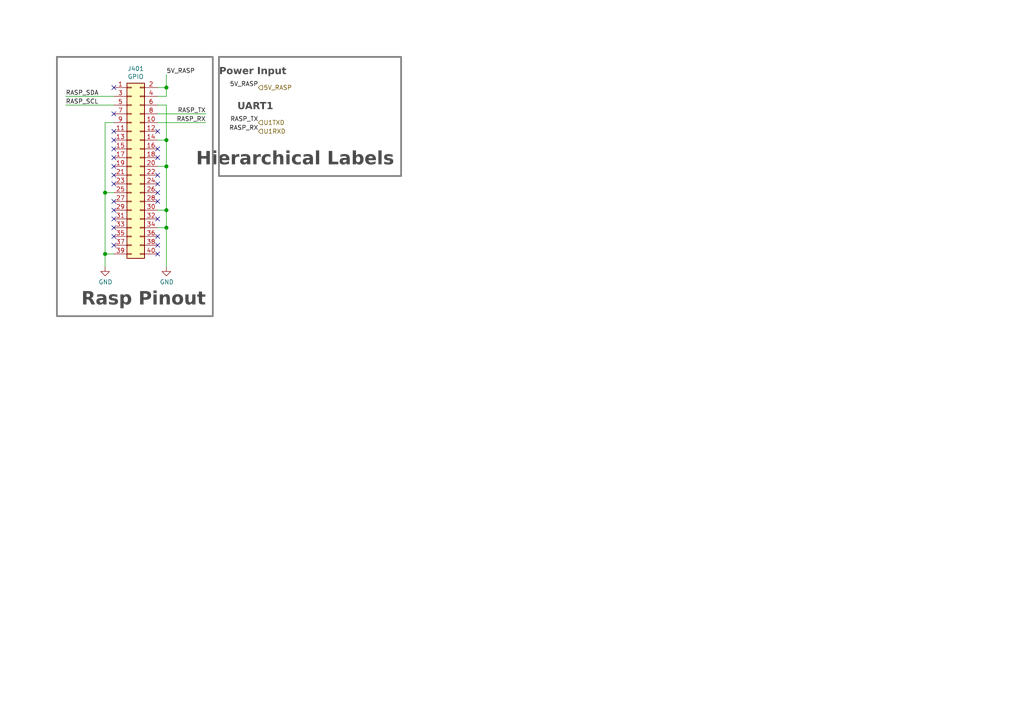
<source format=kicad_sch>
(kicad_sch (version 20231120) (generator "eeschema") (generator_version "8.0")
  (paper "A4")
  (lib_symbols
    (symbol "Connector_Generic:Conn_02x20_Odd_Even" (pin_names (offset 1.016) hide)
      (property "Reference" "J" (at 1.27 25.4 0))
      (property "Value" "Conn_02x20_Odd_Even" (at 1.27 -27.94 0))
      (symbol "Conn_02x20_Odd_Even_1_1"
        (rectangle (start -1.27 -25.273) (end 0 -25.527) (stroke (width 0.1524)))
        (rectangle (start -1.27 -22.733) (end 0 -22.987) (stroke (width 0.1524)))
        (rectangle (start -1.27 -20.193) (end 0 -20.447) (stroke (width 0.1524)))
        (rectangle (start -1.27 -17.653) (end 0 -17.907) (stroke (width 0.1524)))
        (rectangle (start -1.27 -15.113) (end 0 -15.367) (stroke (width 0.1524)))
        (rectangle (start -1.27 -12.573) (end 0 -12.827) (stroke (width 0.1524)))
        (rectangle (start -1.27 -10.033) (end 0 -10.287) (stroke (width 0.1524)))
        (rectangle (start -1.27 -7.493) (end 0 -7.747) (stroke (width 0.1524)))
        (rectangle (start -1.27 -4.953) (end 0 -5.207) (stroke (width 0.1524)))
        (rectangle (start -1.27 -2.413) (end 0 -2.667) (stroke (width 0.1524)))
        (rectangle (start -1.27 0.127) (end 0 -0.127) (stroke (width 0.1524)))
        (rectangle (start -1.27 2.667) (end 0 2.413) (stroke (width 0.1524)))
        (rectangle (start -1.27 5.207) (end 0 4.953) (stroke (width 0.1524)))
        (rectangle (start -1.27 7.747) (end 0 7.493) (stroke (width 0.1524)))
        (rectangle (start -1.27 10.287) (end 0 10.033) (stroke (width 0.1524)))
        (rectangle (start -1.27 12.827) (end 0 12.573) (stroke (width 0.1524)))
        (rectangle (start -1.27 15.367) (end 0 15.113) (stroke (width 0.1524)))
        (rectangle (start -1.27 17.907) (end 0 17.653) (stroke (width 0.1524)))
        (rectangle (start -1.27 20.447) (end 0 20.193) (stroke (width 0.1524)))
        (rectangle (start -1.27 22.987) (end 0 22.733) (stroke (width 0.1524)))
        (rectangle (start -1.27 24.13) (end 3.81 -26.67) (stroke (width 0.254)) (fill (type background)))
        (rectangle (start 3.81 -25.273) (end 2.54 -25.527) (stroke (width 0.1524)))
        (rectangle (start 3.81 -22.733) (end 2.54 -22.987) (stroke (width 0.1524)))
        (rectangle (start 3.81 -20.193) (end 2.54 -20.447) (stroke (width 0.1524)))
        (rectangle (start 3.81 -17.653) (end 2.54 -17.907) (stroke (width 0.1524)))
        (rectangle (start 3.81 -15.113) (end 2.54 -15.367) (stroke (width 0.1524)))
        (rectangle (start 3.81 -12.573) (end 2.54 -12.827) (stroke (width 0.1524)))
        (rectangle (start 3.81 -10.033) (end 2.54 -10.287) (stroke (width 0.1524)))
        (rectangle (start 3.81 -7.493) (end 2.54 -7.747) (stroke (width 0.1524)))
        (rectangle (start 3.81 -4.953) (end 2.54 -5.207) (stroke (width 0.1524)))
        (rectangle (start 3.81 -2.413) (end 2.54 -2.667) (stroke (width 0.1524)))
        (rectangle (start 3.81 0.127) (end 2.54 -0.127) (stroke (width 0.1524)))
        (rectangle (start 3.81 2.667) (end 2.54 2.413) (stroke (width 0.1524)))
        (rectangle (start 3.81 5.207) (end 2.54 4.953) (stroke (width 0.1524)))
        (rectangle (start 3.81 7.747) (end 2.54 7.493) (stroke (width 0.1524)))
        (rectangle (start 3.81 10.287) (end 2.54 10.033) (stroke (width 0.1524)))
        (rectangle (start 3.81 12.827) (end 2.54 12.573) (stroke (width 0.1524)))
        (rectangle (start 3.81 15.367) (end 2.54 15.113) (stroke (width 0.1524)))
        (rectangle (start 3.81 17.907) (end 2.54 17.653) (stroke (width 0.1524)))
        (rectangle (start 3.81 20.447) (end 2.54 20.193) (stroke (width 0.1524)))
        (rectangle (start 3.81 22.987) (end 2.54 22.733) (stroke (width 0.1524)))
        (pin passive line (at -5.08 22.86 0) (length 3.81) (name "Pin_1") (number "1"))
        (pin passive line (at 7.62 12.7 180) (length 3.81) (name "Pin_10") (number "10"))
        (pin passive line (at -5.08 10.16 0) (length 3.81) (name "Pin_11") (number "11"))
        (pin passive line (at 7.62 10.16 180) (length 3.81) (name "Pin_12") (number "12"))
        (pin passive line (at -5.08 7.62 0) (length 3.81) (name "Pin_13") (number "13"))
        (pin passive line (at 7.62 7.62 180) (length 3.81) (name "Pin_14") (number "14"))
        (pin passive line (at -5.08 5.08 0) (length 3.81) (name "Pin_15") (number "15"))
        (pin passive line (at 7.62 5.08 180) (length 3.81) (name "Pin_16") (number "16"))
        (pin passive line (at -5.08 2.54 0) (length 3.81) (name "Pin_17") (number "17"))
        (pin passive line (at 7.62 2.54 180) (length 3.81) (name "Pin_18") (number "18"))
        (pin passive line (at -5.08 0 0) (length 3.81) (name "Pin_19") (number "19"))
        (pin passive line (at 7.62 22.86 180) (length 3.81) (name "Pin_2") (number "2"))
        (pin passive line (at 7.62 0 180) (length 3.81) (name "Pin_20") (number "20"))
        (pin passive line (at -5.08 -2.54 0) (length 3.81) (name "Pin_21") (number "21"))
        (pin passive line (at 7.62 -2.54 180) (length 3.81) (name "Pin_22") (number "22"))
        (pin passive line (at -5.08 -5.08 0) (length 3.81) (name "Pin_23") (number "23"))
        (pin passive line (at 7.62 -5.08 180) (length 3.81) (name "Pin_24") (number "24"))
        (pin passive line (at -5.08 -7.62 0) (length 3.81) (name "Pin_25") (number "25"))
        (pin passive line (at 7.62 -7.62 180) (length 3.81) (name "Pin_26") (number "26"))
        (pin passive line (at -5.08 -10.16 0) (length 3.81) (name "Pin_27") (number "27"))
        (pin passive line (at 7.62 -10.16 180) (length 3.81) (name "Pin_28") (number "28"))
        (pin passive line (at -5.08 -12.7 0) (length 3.81) (name "Pin_29") (number "29"))
        (pin passive line (at -5.08 20.32 0) (length 3.81) (name "Pin_3") (number "3"))
        (pin passive line (at 7.62 -12.7 180) (length 3.81) (name "Pin_30") (number "30"))
        (pin passive line (at -5.08 -15.24 0) (length 3.81) (name "Pin_31") (number "31"))
        (pin passive line (at 7.62 -15.24 180) (length 3.81) (name "Pin_32") (number "32"))
        (pin passive line (at -5.08 -17.78 0) (length 3.81) (name "Pin_33") (number "33"))
        (pin passive line (at 7.62 -17.78 180) (length 3.81) (name "Pin_34") (number "34"))
        (pin passive line (at -5.08 -20.32 0) (length 3.81) (name "Pin_35") (number "35"))
        (pin passive line (at 7.62 -20.32 180) (length 3.81) (name "Pin_36") (number "36"))
        (pin passive line (at -5.08 -22.86 0) (length 3.81) (name "Pin_37") (number "37"))
        (pin passive line (at 7.62 -22.86 180) (length 3.81) (name "Pin_38") (number "38"))
        (pin passive line (at -5.08 -25.4 0) (length 3.81) (name "Pin_39") (number "39"))
        (pin passive line (at 7.62 20.32 180) (length 3.81) (name "Pin_4") (number "4"))
        (pin passive line (at 7.62 -25.4 180) (length 3.81) (name "Pin_40") (number "40"))
        (pin passive line (at -5.08 17.78 0) (length 3.81) (name "Pin_5") (number "5"))
        (pin passive line (at 7.62 17.78 180) (length 3.81) (name "Pin_6") (number "6"))
        (pin passive line (at -5.08 15.24 0) (length 3.81) (name "Pin_7") (number "7"))
        (pin passive line (at 7.62 15.24 180) (length 3.81) (name "Pin_8") (number "8"))
        (pin passive line (at -5.08 12.7 0) (length 3.81) (name "Pin_9") (number "9"))
      )
    )
    (symbol "power:GND" (power) (pin_names (offset 0))
      (property "Value" "GND" (at 0 -3.81 0))
      (symbol "GND_0_1"
        (polyline (pts (xy 0 0) (xy 0 -1.27) (xy 1.27 -1.27) (xy 0 -2.54) (xy -1.27 -1.27) (xy 0 -1.27)))
      )
      (symbol "GND_1_1"
        (pin power_in line (at 0 0 270) (length 0) hide (name "GND") (number "1"))
      )
    )
  )
  (junction (at 48.26 25.4) (diameter 1.016))
  (junction (at 48.26 48.26) (diameter 1.016))
  (junction (at 48.26 40.64) (diameter 1.016))
  (junction (at 48.26 60.96) (diameter 1.016))
  (junction (at 30.48 55.88) (diameter 1.016))
  (junction (at 48.26 66.04) (diameter 1.016))
  (junction (at 30.48 73.66) (diameter 1.016))
  (no_connect (at 33.02 38.1))
  (no_connect (at 45.72 71.12))
  (no_connect (at 45.72 63.5))
  (no_connect (at 45.72 43.18))
  (no_connect (at 33.02 68.58))
  (no_connect (at 45.72 55.88))
  (no_connect (at 33.02 43.18))
  (no_connect (at 33.02 66.04))
  (no_connect (at 33.02 60.96))
  (no_connect (at 45.72 45.72))
  (no_connect (at 45.72 50.8))
  (no_connect (at 33.02 71.12))
  (no_connect (at 33.02 25.4))
  (no_connect (at 45.72 58.42))
  (no_connect (at 33.02 58.42))
  (no_connect (at 33.02 48.26))
  (no_connect (at 45.72 53.34))
  (no_connect (at 33.02 45.72))
  (no_connect (at 33.02 63.5))
  (no_connect (at 45.72 73.66))
  (no_connect (at 33.02 33.02))
  (no_connect (at 33.02 40.64))
  (no_connect (at 33.02 53.34))
  (no_connect (at 33.02 50.8))
  (no_connect (at 45.72 38.1))
  (no_connect (at 45.72 68.58))
  (wire (pts (xy 48.26 21.59) (xy 48.26 25.4)))
  (wire (pts (xy 48.26 30.48) (xy 45.72 30.48)))
  (wire (pts (xy 48.26 27.94) (xy 45.72 27.94)))
  (wire (pts (xy 30.48 35.56) (xy 33.02 35.56)))
  (wire (pts (xy 33.02 27.94) (xy 19.05 27.94)))
  (wire (pts (xy 48.26 40.64) (xy 48.26 48.26)))
  (wire (pts (xy 19.05 30.48) (xy 33.02 30.48)))
  (wire (pts (xy 48.26 48.26) (xy 48.26 60.96)))
  (wire (pts (xy 48.26 40.64) (xy 45.72 40.64)))
  (wire (pts (xy 48.26 66.04) (xy 48.26 77.47)))
  (wire (pts (xy 30.48 73.66) (xy 30.48 77.47)))
  (wire (pts (xy 30.48 35.56) (xy 30.48 55.88)))
  (wire (pts (xy 48.26 25.4) (xy 45.72 25.4)))
  (wire (pts (xy 30.48 55.88) (xy 30.48 73.66)))
  (wire (pts (xy 48.26 60.96) (xy 48.26 66.04)))
  (wire (pts (xy 48.26 66.04) (xy 45.72 66.04)))
  (wire (pts (xy 45.72 33.02) (xy 59.69 33.02)))
  (wire (pts (xy 48.26 30.48) (xy 48.26 40.64)))
  (wire (pts (xy 48.26 25.4) (xy 48.26 27.94)))
  (wire (pts (xy 48.26 48.26) (xy 45.72 48.26)))
  (wire (pts (xy 45.72 35.56) (xy 59.69 35.56)))
  (wire (pts (xy 48.26 60.96) (xy 45.72 60.96)))
  (wire (pts (xy 30.48 55.88) (xy 33.02 55.88)))
  (wire (pts (xy 30.48 73.66) (xy 33.02 73.66)))
  (rectangle (start 16.51 16.51) (end 61.722 91.694) (stroke (width 0.508) (color 132 132 132 1)))
  (rectangle (start 63.5 16.51) (end 116.332 51.054) (stroke (width 0.508) (color 132 132 132 1)))
  (text "Power Input" (at 83.058 22.606 0) (effects (font (size 2.032 2.032) (thickness 0.254) (bold yes)) (justify right bottom)))
  (text "Rasp Pinout" (at 59.69 90.17 0) (effects (font (size 3.81 3.81) (thickness 0.254) (bold yes)) (justify right bottom)))
  (text "Hierarchical Labels" (at 114.3 49.53 0) (effects (font (size 3.81 3.81) (thickness 0.254) (bold yes)) (justify right bottom)))
  (text "UART1" (at 79.248 32.766 0) (effects (font (size 2.032 2.032) (thickness 0.254) (bold yes)) (justify right bottom)))
  (label "RASP_TX" (at 74.93 35.56 180))
  (label "RASP_SDA" (at 19.05 27.94 0))
  (label "5V_RASP" (at 48.26 21.59 0))
  (label "RASP_TX" (at 59.69 33.02 180))
  (label "5V_RASP" (at 74.93 25.4 180))
  (label "RASP_RX" (at 74.93 38.1 180))
  (label "RASP_RX" (at 59.69 35.56 180))
  (label "RASP_SCL" (at 19.05 30.48 0))
  (hierarchical_label "U1RXD" (shape input) (at 74.93 38.1 0))
  (hierarchical_label "5V_RASP" (shape input) (at 74.93 25.4 0))
  (hierarchical_label "U1TXD" (shape input) (at 74.93 35.56 0))
  (symbol (lib_id "Connector_Generic:Conn_02x20_Odd_Even") (at 38.1 48.26 0) (unit 1)
    (property "Reference" "J401" (at 39.37 19.9198 0))
    (property "Value" "GPIO" (at 39.37 22.225 0))
    (property "Footprint" "Connector_PinSocket_2.54mm:PinSocket_2x20_P2.54mm_Vertical" (effects (hide yes)))
  )
  (symbol (lib_id "power:GND") (at 48.26 77.47 0) (unit 1)
    (property "Reference" "#PWR0402" (effects (hide yes)))
    (property "Value" "GND" (at 48.3743 81.7944 0))
  )
  (symbol (lib_id "power:GND") (at 30.48 77.47 0) (unit 1)
    (property "Reference" "#PWR0401" (effects (hide yes)))
    (property "Value" "GND" (at 30.5943 81.7944 0))
  )
)
</source>
